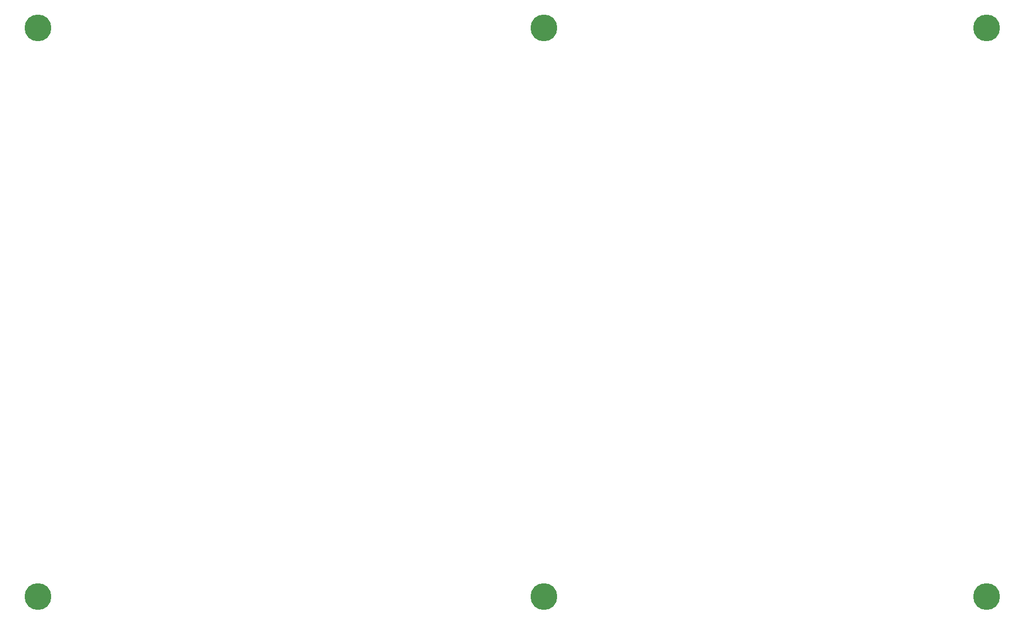
<source format=gbr>
%TF.GenerationSoftware,KiCad,Pcbnew,5.0.2+dfsg1-1+deb10u1*%
%TF.CreationDate,2023-01-09T17:05:48+08:00*%
%TF.ProjectId,pic_programmer,7069635f-7072-46f6-9772-616d6d65722e,rev?*%
%TF.SameCoordinates,Original*%
%TF.FileFunction,NonPlated,1,2,NPTH,Drill*%
%TF.FilePolarity,Positive*%
%FSLAX46Y46*%
G04 Gerber Fmt 4.6, Leading zero omitted, Abs format (unit mm)*
G04 Created by KiCad (PCBNEW 5.0.2+dfsg1-1+deb10u1) date Mon 09 Jan 2023 05:05:48 PM +08*
%MOMM*%
%LPD*%
G01*
G04 APERTURE LIST*
%TA.AperFunction,ComponentDrill*%
%ADD10C,4.300000*%
%TD*%
G04 APERTURE END LIST*
D10*
%TO.C,P106*%
X77470000Y-44450000D03*
%TO.C,P105*%
X158750000Y-44450000D03*
%TO.C,P103*%
X229870000Y-135890000D03*
%TO.C,P102*%
X158750000Y-135890000D03*
%TO.C,P101*%
X77470000Y-135890000D03*
%TO.C,P104*%
X229870000Y-44450000D03*
M02*

</source>
